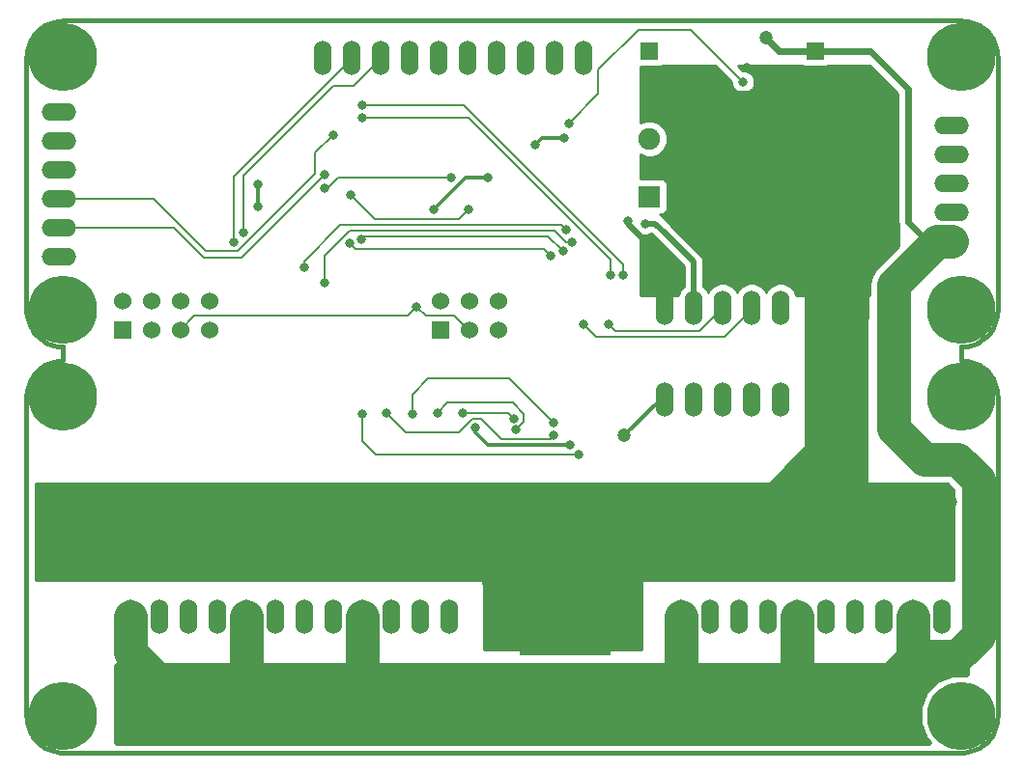
<source format=gbl>
G04 (created by PCBNEW-RS274X (2012-apr-16-27)-stable) date Wed 27 Feb 2013 09:22:31 PM CET*
G01*
G70*
G90*
%MOIN*%
G04 Gerber Fmt 3.4, Leading zero omitted, Abs format*
%FSLAX34Y34*%
G04 APERTURE LIST*
%ADD10C,0.006000*%
%ADD11C,0.015000*%
%ADD12R,0.315000X0.255900*%
%ADD13R,0.060000X0.060000*%
%ADD14C,0.060000*%
%ADD15R,0.075000X0.075000*%
%ADD16C,0.075000*%
%ADD17O,0.060000X0.120000*%
%ADD18O,0.120000X0.060000*%
%ADD19C,0.236200*%
%ADD20C,0.118100*%
%ADD21C,0.047200*%
%ADD22C,0.031500*%
%ADD23C,0.118100*%
%ADD24C,0.023600*%
%ADD25C,0.011800*%
%ADD26C,0.019700*%
%ADD27C,0.007900*%
%ADD28C,0.010000*%
G04 APERTURE END LIST*
G54D10*
G54D11*
X36693Y-37165D02*
X36693Y-37638D01*
X68937Y-35906D02*
X68937Y-27165D01*
X67677Y-37638D02*
X67677Y-37165D01*
X35433Y-38819D02*
X35433Y-49921D01*
X35433Y-27165D02*
X35433Y-35984D01*
X67677Y-25906D02*
X36693Y-25906D01*
X68937Y-49921D02*
X68937Y-38898D01*
X36693Y-51181D02*
X67677Y-51181D01*
X68937Y-38898D02*
X68932Y-38789D01*
X68917Y-38680D01*
X68894Y-38572D01*
X68861Y-38468D01*
X68818Y-38366D01*
X68768Y-38269D01*
X68709Y-38176D01*
X68642Y-38089D01*
X68567Y-38008D01*
X68486Y-37933D01*
X68399Y-37866D01*
X68307Y-37807D01*
X68209Y-37757D01*
X68107Y-37714D01*
X68003Y-37681D01*
X67895Y-37658D01*
X67786Y-37643D01*
X67677Y-37638D01*
X67677Y-37166D02*
X67786Y-37161D01*
X67895Y-37146D01*
X68003Y-37123D01*
X68107Y-37090D01*
X68209Y-37047D01*
X68307Y-36997D01*
X68399Y-36938D01*
X68486Y-36871D01*
X68567Y-36796D01*
X68642Y-36715D01*
X68709Y-36628D01*
X68768Y-36535D01*
X68818Y-36438D01*
X68861Y-36336D01*
X68894Y-36232D01*
X68917Y-36124D01*
X68932Y-36015D01*
X68937Y-35906D01*
X68936Y-27165D02*
X68931Y-27056D01*
X68916Y-26947D01*
X68893Y-26840D01*
X68860Y-26735D01*
X68818Y-26633D01*
X68767Y-26536D01*
X68708Y-26443D01*
X68641Y-26356D01*
X68567Y-26275D01*
X68486Y-26201D01*
X68399Y-26134D01*
X68306Y-26075D01*
X68209Y-26024D01*
X68107Y-25982D01*
X68002Y-25949D01*
X67895Y-25926D01*
X67786Y-25911D01*
X67677Y-25906D01*
X36693Y-25905D02*
X36584Y-25910D01*
X36475Y-25925D01*
X36367Y-25948D01*
X36263Y-25981D01*
X36161Y-26024D01*
X36064Y-26074D01*
X35971Y-26133D01*
X35884Y-26200D01*
X35803Y-26275D01*
X35728Y-26356D01*
X35661Y-26443D01*
X35602Y-26536D01*
X35552Y-26633D01*
X35509Y-26735D01*
X35476Y-26839D01*
X35453Y-26947D01*
X35438Y-27056D01*
X35433Y-27165D01*
X35433Y-35905D02*
X35438Y-36014D01*
X35453Y-36123D01*
X35476Y-36231D01*
X35509Y-36335D01*
X35552Y-36437D01*
X35602Y-36534D01*
X35661Y-36627D01*
X35728Y-36714D01*
X35803Y-36795D01*
X35884Y-36870D01*
X35971Y-36937D01*
X36064Y-36996D01*
X36161Y-37046D01*
X36263Y-37089D01*
X36367Y-37122D01*
X36475Y-37145D01*
X36584Y-37160D01*
X36693Y-37165D01*
X36693Y-37638D02*
X36584Y-37643D01*
X36475Y-37658D01*
X36367Y-37681D01*
X36263Y-37714D01*
X36161Y-37757D01*
X36064Y-37807D01*
X35971Y-37866D01*
X35884Y-37933D01*
X35803Y-38008D01*
X35728Y-38089D01*
X35661Y-38176D01*
X35602Y-38269D01*
X35552Y-38366D01*
X35509Y-38468D01*
X35476Y-38572D01*
X35453Y-38680D01*
X35438Y-38789D01*
X35433Y-38898D01*
X35433Y-49921D02*
X35438Y-50030D01*
X35453Y-50139D01*
X35476Y-50247D01*
X35509Y-50351D01*
X35552Y-50453D01*
X35602Y-50550D01*
X35661Y-50643D01*
X35728Y-50730D01*
X35803Y-50811D01*
X35884Y-50886D01*
X35971Y-50953D01*
X36064Y-51012D01*
X36161Y-51062D01*
X36263Y-51105D01*
X36367Y-51138D01*
X36475Y-51161D01*
X36584Y-51176D01*
X36693Y-51181D01*
X67677Y-51181D02*
X67786Y-51176D01*
X67895Y-51161D01*
X68003Y-51138D01*
X68107Y-51105D01*
X68209Y-51062D01*
X68307Y-51012D01*
X68399Y-50953D01*
X68486Y-50886D01*
X68567Y-50811D01*
X68642Y-50730D01*
X68709Y-50643D01*
X68768Y-50550D01*
X68818Y-50453D01*
X68861Y-50351D01*
X68894Y-50247D01*
X68917Y-50139D01*
X68932Y-50030D01*
X68937Y-49921D01*
G54D12*
X54000Y-49427D03*
X54000Y-46573D03*
G54D13*
X38736Y-36602D03*
G54D14*
X38736Y-35602D03*
X39736Y-36602D03*
X39736Y-35602D03*
X40736Y-36602D03*
X40736Y-35602D03*
X41736Y-36602D03*
X41736Y-35602D03*
G54D13*
X49709Y-36602D03*
G54D14*
X49709Y-35602D03*
X50709Y-36602D03*
X50709Y-35602D03*
X51709Y-36602D03*
X51709Y-35602D03*
G54D15*
X56929Y-31984D03*
G54D16*
X56929Y-29984D03*
G54D13*
X56929Y-26949D03*
G54D14*
X56929Y-28327D03*
G54D13*
X62638Y-26949D03*
G54D14*
X62638Y-28327D03*
G54D17*
X54657Y-27205D03*
X53657Y-27205D03*
X52657Y-27205D03*
X51657Y-27205D03*
X50657Y-27205D03*
X49657Y-27205D03*
X48657Y-27205D03*
X47657Y-27205D03*
X46657Y-27205D03*
X45657Y-27205D03*
G54D18*
X36535Y-29075D03*
X36535Y-30075D03*
X36535Y-31075D03*
X36535Y-32075D03*
X36535Y-33075D03*
X36535Y-34075D03*
X67362Y-33535D03*
X67362Y-32535D03*
X67362Y-31535D03*
X67362Y-30535D03*
X67362Y-29535D03*
G54D17*
X57449Y-38976D03*
X58449Y-38976D03*
X59449Y-38976D03*
X60449Y-38976D03*
X61449Y-38976D03*
X39000Y-46500D03*
X40000Y-46500D03*
X41000Y-46500D03*
X42000Y-46500D03*
X43000Y-46500D03*
X44000Y-46500D03*
X45000Y-46500D03*
X46000Y-46500D03*
X47000Y-46500D03*
X48000Y-46500D03*
X49000Y-46500D03*
X50000Y-46500D03*
X58000Y-46500D03*
X59000Y-46500D03*
X60000Y-46500D03*
X61000Y-46500D03*
X62000Y-46500D03*
X63000Y-46500D03*
X64000Y-46500D03*
X65000Y-46500D03*
X66000Y-46500D03*
X67000Y-46500D03*
X65224Y-35827D03*
X64224Y-35827D03*
X57449Y-35827D03*
X58449Y-35827D03*
X59449Y-35827D03*
X60449Y-35827D03*
X61449Y-35827D03*
G54D19*
X67677Y-49921D03*
X36693Y-49921D03*
X67677Y-27165D03*
X67677Y-38898D03*
X36693Y-38898D03*
X67677Y-35906D03*
X36693Y-35906D03*
X36693Y-27165D03*
G54D20*
X56063Y-50315D03*
G54D21*
X60945Y-26496D03*
G54D20*
X51890Y-50315D03*
X56063Y-48701D03*
X51890Y-48701D03*
G54D22*
X51339Y-31339D03*
X43425Y-31575D03*
X56772Y-32913D03*
X49488Y-32441D03*
X43425Y-32323D03*
X52244Y-39646D03*
X50472Y-39449D03*
X49606Y-39449D03*
X52323Y-40039D03*
X48740Y-39488D03*
X53622Y-39803D03*
X53622Y-40236D03*
X47835Y-39449D03*
X54488Y-40906D03*
X47008Y-39488D03*
G54D21*
X42835Y-42520D03*
X65827Y-42520D03*
X59843Y-42520D03*
X64055Y-31417D03*
G54D22*
X56181Y-32835D03*
G54D21*
X67323Y-42520D03*
G54D20*
X54016Y-44724D03*
G54D21*
X64331Y-42520D03*
X61339Y-42520D03*
X38346Y-42520D03*
X39843Y-42520D03*
G54D22*
X60276Y-32953D03*
G54D21*
X64055Y-30157D03*
G54D22*
X52992Y-30197D03*
G54D21*
X41339Y-42520D03*
X62835Y-42520D03*
G54D22*
X53976Y-29961D03*
G54D21*
X45827Y-42520D03*
X64055Y-28898D03*
X62008Y-30315D03*
X48819Y-42520D03*
G54D20*
X52283Y-45118D03*
G54D22*
X50906Y-39961D03*
X54173Y-40551D03*
G54D21*
X44331Y-42520D03*
X61102Y-32480D03*
X50315Y-42520D03*
X58346Y-42520D03*
G54D20*
X56024Y-46535D03*
X55748Y-45157D03*
X51811Y-46575D03*
G54D21*
X56063Y-40236D03*
X64055Y-32638D03*
G54D22*
X60276Y-27520D03*
G54D21*
X47323Y-42520D03*
G54D22*
X60157Y-28031D03*
X54134Y-29449D03*
X45709Y-34961D03*
X54252Y-33543D03*
X45000Y-34409D03*
X54055Y-33110D03*
X46575Y-33583D03*
X53504Y-34016D03*
X46969Y-33465D03*
X53937Y-33858D03*
X45709Y-31693D03*
X50079Y-31339D03*
X42913Y-33228D03*
X42598Y-33543D03*
X46024Y-29843D03*
X48898Y-35787D03*
X54646Y-36378D03*
X47008Y-28819D03*
X56024Y-34685D03*
X55591Y-34685D03*
X47008Y-29252D03*
X55512Y-36378D03*
X45709Y-31220D03*
X46614Y-31929D03*
X50669Y-32441D03*
G54D23*
X55337Y-49427D02*
X56063Y-48701D01*
G54D24*
X65866Y-28267D02*
X64548Y-26949D01*
G54D23*
X65354Y-35040D02*
X65354Y-36024D01*
X54000Y-49427D02*
X57069Y-49427D01*
X66472Y-47937D02*
X66535Y-47874D01*
X54000Y-49427D02*
X52778Y-49427D01*
X43000Y-46500D02*
X43000Y-48591D01*
G54D24*
X65224Y-35827D02*
X65224Y-35170D01*
G54D23*
X66000Y-47937D02*
X66472Y-47937D01*
G54D24*
X67362Y-33535D02*
X66527Y-33535D01*
G54D23*
X58000Y-46500D02*
X58000Y-48496D01*
X62000Y-46500D02*
X62000Y-48512D01*
X47000Y-48497D02*
X47930Y-49427D01*
X61085Y-49427D02*
X64510Y-49427D01*
X40687Y-49427D02*
X39000Y-47740D01*
X52778Y-49427D02*
X51890Y-50315D01*
X64510Y-49427D02*
X66000Y-47937D01*
X52616Y-49427D02*
X51890Y-48701D01*
X55175Y-49427D02*
X56063Y-50315D01*
X54000Y-49427D02*
X55337Y-49427D01*
X47930Y-49427D02*
X43836Y-49427D01*
X62000Y-48512D02*
X61085Y-49427D01*
G54D24*
X65866Y-32874D02*
X65866Y-28267D01*
G54D23*
X67362Y-33535D02*
X66859Y-33535D01*
G54D24*
X62638Y-26949D02*
X61398Y-26949D01*
G54D23*
X68268Y-41771D02*
X67560Y-41063D01*
X54000Y-49427D02*
X47930Y-49427D01*
X67560Y-41063D02*
X66418Y-41063D01*
X54000Y-49427D02*
X55175Y-49427D01*
X68268Y-47165D02*
X68268Y-41771D01*
X39000Y-47740D02*
X39000Y-46500D01*
X66418Y-41063D02*
X65354Y-39999D01*
X66000Y-47937D02*
X66000Y-46500D01*
X54000Y-49427D02*
X52616Y-49427D01*
X57069Y-49427D02*
X61085Y-49427D01*
X66859Y-33535D02*
X65354Y-35040D01*
X65354Y-39999D02*
X65354Y-38189D01*
X43836Y-49427D02*
X40687Y-49427D01*
X47000Y-46500D02*
X47000Y-48497D01*
G54D24*
X61398Y-26949D02*
X60945Y-26496D01*
X65224Y-35170D02*
X65354Y-35040D01*
G54D23*
X43000Y-48591D02*
X43836Y-49427D01*
G54D24*
X66527Y-33535D02*
X65866Y-32874D01*
G54D23*
X58000Y-48496D02*
X57069Y-49427D01*
X65354Y-38189D02*
X65354Y-36024D01*
X67559Y-47874D02*
X68268Y-47165D01*
X66535Y-47874D02*
X67559Y-47874D01*
G54D24*
X64548Y-26949D02*
X62638Y-26949D01*
G54D25*
X43425Y-31575D02*
X43425Y-32323D01*
X49488Y-32441D02*
X50590Y-31339D01*
G54D26*
X58449Y-34237D02*
X57480Y-33268D01*
X56772Y-32913D02*
X57125Y-32913D01*
G54D25*
X50590Y-31339D02*
X51339Y-31339D01*
G54D26*
X58449Y-34237D02*
X58449Y-35827D01*
X57125Y-32913D02*
X57480Y-33268D01*
G54D27*
X52244Y-39646D02*
X52047Y-39449D01*
X52047Y-39449D02*
X50472Y-39449D01*
X49961Y-39094D02*
X49606Y-39449D01*
X52204Y-39094D02*
X49961Y-39094D01*
X52598Y-39488D02*
X52204Y-39094D01*
X52598Y-39764D02*
X52598Y-39488D01*
X52323Y-40039D02*
X52598Y-39764D01*
X52087Y-38268D02*
X49291Y-38268D01*
X48740Y-38819D02*
X48740Y-39488D01*
X53622Y-39803D02*
X52087Y-38268D01*
X49291Y-38268D02*
X48740Y-38819D01*
X48504Y-40118D02*
X47835Y-39449D01*
X51103Y-39646D02*
X50826Y-39646D01*
X53622Y-40236D02*
X53504Y-40354D01*
X53504Y-40354D02*
X51811Y-40354D01*
X50826Y-39646D02*
X50354Y-40118D01*
X51811Y-40354D02*
X51103Y-39646D01*
X50354Y-40118D02*
X48504Y-40118D01*
X54488Y-40906D02*
X47481Y-40906D01*
X47008Y-40433D02*
X47008Y-39488D01*
X47481Y-40906D02*
X47008Y-40433D01*
G54D24*
X58346Y-42520D02*
X59843Y-42520D01*
X63799Y-28327D02*
X64055Y-28583D01*
X64224Y-35827D02*
X63938Y-35827D01*
G54D26*
X61102Y-32480D02*
X61102Y-32323D01*
X58701Y-31378D02*
X58701Y-30099D01*
G54D25*
X57323Y-38976D02*
X57449Y-38976D01*
G54D24*
X62835Y-42520D02*
X64331Y-42520D01*
G54D23*
X56220Y-42520D02*
X58346Y-42520D01*
G54D24*
X59843Y-42520D02*
X61339Y-42520D01*
G54D26*
X58701Y-30099D02*
X56929Y-28327D01*
G54D24*
X64224Y-33831D02*
X64055Y-33662D01*
G54D25*
X52992Y-30197D02*
X53228Y-29961D01*
G54D23*
X63898Y-41377D02*
X63898Y-43425D01*
G54D24*
X45827Y-42520D02*
X47323Y-42520D01*
G54D26*
X56181Y-32913D02*
X56929Y-33661D01*
G54D24*
X64055Y-33662D02*
X64055Y-32638D01*
G54D26*
X60276Y-32953D02*
X58701Y-31378D01*
G54D24*
X62638Y-29685D02*
X62638Y-28327D01*
G54D23*
X62835Y-42520D02*
X62835Y-33858D01*
X63622Y-43701D02*
X56872Y-43701D01*
G54D24*
X62008Y-30315D02*
X62638Y-29685D01*
X41339Y-42520D02*
X42835Y-42520D01*
X65827Y-42520D02*
X67323Y-42520D01*
X50315Y-42888D02*
X51732Y-44305D01*
X48819Y-42520D02*
X50315Y-42520D01*
G54D23*
X63898Y-35787D02*
X63898Y-35079D01*
G54D24*
X64331Y-42520D02*
X65827Y-42520D01*
X47323Y-42520D02*
X48819Y-42520D01*
G54D26*
X56181Y-32835D02*
X56181Y-32913D01*
G54D24*
X44331Y-42520D02*
X45827Y-42520D01*
X64055Y-30157D02*
X64055Y-28898D01*
X64055Y-31417D02*
X64055Y-30157D01*
G54D23*
X54016Y-44724D02*
X56220Y-42520D01*
G54D24*
X61339Y-42520D02*
X62835Y-42520D01*
G54D25*
X53228Y-29961D02*
X53976Y-29961D01*
G54D26*
X57449Y-35827D02*
X57449Y-34181D01*
G54D23*
X51811Y-46575D02*
X51811Y-45354D01*
G54D25*
X60452Y-28327D02*
X62638Y-28327D01*
G54D24*
X63938Y-35827D02*
X63898Y-35787D01*
G54D25*
X59823Y-28327D02*
X59882Y-28386D01*
G54D23*
X55748Y-45157D02*
X55591Y-45000D01*
G54D25*
X50906Y-40118D02*
X51339Y-40551D01*
X56063Y-40236D02*
X57323Y-38976D01*
G54D23*
X51811Y-45354D02*
X51732Y-45275D01*
G54D25*
X50906Y-39961D02*
X50906Y-40118D01*
G54D23*
X56024Y-46535D02*
X56055Y-46504D01*
G54D25*
X51339Y-40551D02*
X54173Y-40551D01*
G54D24*
X64055Y-32638D02*
X64055Y-31417D01*
G54D23*
X63898Y-43425D02*
X63622Y-43701D01*
X51732Y-45275D02*
X51732Y-44305D01*
G54D24*
X64224Y-35827D02*
X64224Y-33831D01*
G54D26*
X62008Y-30315D02*
X62008Y-31417D01*
X61102Y-32323D02*
X62008Y-31417D01*
G54D23*
X62835Y-33858D02*
X64055Y-32638D01*
X63898Y-41377D02*
X62835Y-42440D01*
G54D24*
X62638Y-28327D02*
X63799Y-28327D01*
G54D23*
X62835Y-42440D02*
X62835Y-42520D01*
G54D25*
X56929Y-28327D02*
X59823Y-28327D01*
G54D24*
X38346Y-42520D02*
X39843Y-42520D01*
G54D25*
X60276Y-27520D02*
X61083Y-28327D01*
G54D23*
X63898Y-35787D02*
X63898Y-39803D01*
G54D24*
X50315Y-42520D02*
X50315Y-42888D01*
G54D25*
X60393Y-28386D02*
X60452Y-28327D01*
G54D23*
X61339Y-42520D02*
X61339Y-42362D01*
X63898Y-39803D02*
X63898Y-41377D01*
G54D24*
X39843Y-42520D02*
X41339Y-42520D01*
G54D26*
X56929Y-33661D02*
X57449Y-34181D01*
G54D23*
X55591Y-45000D02*
X55591Y-44016D01*
G54D25*
X59882Y-28386D02*
X60393Y-28386D01*
G54D24*
X64055Y-28583D02*
X64055Y-28898D01*
G54D23*
X56872Y-43701D02*
X56055Y-44518D01*
X52638Y-44763D02*
X52638Y-44488D01*
G54D25*
X61083Y-28327D02*
X62638Y-28327D01*
G54D23*
X52283Y-45118D02*
X52638Y-44763D01*
X56055Y-46504D02*
X56055Y-44518D01*
G54D24*
X42835Y-42520D02*
X44331Y-42520D01*
G54D23*
X61339Y-42362D02*
X63898Y-39803D01*
G54D27*
X60157Y-28031D02*
X58346Y-26220D01*
X56536Y-26220D02*
X55157Y-27599D01*
X55157Y-27599D02*
X55157Y-28426D01*
X58346Y-26220D02*
X56536Y-26220D01*
X55157Y-28426D02*
X54134Y-29449D01*
X54055Y-33543D02*
X54252Y-33543D01*
X45709Y-34016D02*
X46575Y-33150D01*
X45709Y-34961D02*
X45709Y-34016D01*
X53662Y-33150D02*
X54055Y-33543D01*
X46575Y-33150D02*
X53662Y-33150D01*
X46260Y-32953D02*
X45000Y-34213D01*
X46930Y-32953D02*
X46260Y-32953D01*
X53898Y-32953D02*
X54055Y-33110D01*
X45000Y-34409D02*
X45000Y-34213D01*
X50709Y-32953D02*
X53898Y-32953D01*
X50709Y-32953D02*
X46930Y-32953D01*
X53268Y-33780D02*
X53504Y-34016D01*
X46575Y-33583D02*
X46772Y-33780D01*
X46772Y-33780D02*
X53268Y-33780D01*
X46969Y-33465D02*
X47088Y-33346D01*
X53425Y-33346D02*
X53937Y-33858D01*
X47088Y-33346D02*
X53425Y-33346D01*
X50079Y-31339D02*
X46732Y-31339D01*
X45827Y-31693D02*
X46181Y-31339D01*
X46181Y-31339D02*
X46732Y-31339D01*
X45709Y-31693D02*
X45827Y-31693D01*
X46023Y-28150D02*
X42913Y-31260D01*
X46732Y-28150D02*
X46023Y-28150D01*
X47657Y-27225D02*
X46732Y-28150D01*
X42913Y-31260D02*
X42913Y-33228D01*
X47657Y-27205D02*
X47657Y-27225D01*
X46657Y-27205D02*
X46657Y-27241D01*
X46657Y-27241D02*
X42598Y-31300D01*
X42598Y-31300D02*
X42598Y-33543D01*
X45394Y-31180D02*
X45394Y-30473D01*
X43228Y-33346D02*
X42716Y-33858D01*
X45394Y-30473D02*
X46024Y-29843D01*
X46024Y-29843D02*
X45984Y-29803D01*
X36535Y-32075D02*
X39831Y-32075D01*
X41614Y-33858D02*
X39831Y-32075D01*
X42716Y-33858D02*
X41614Y-33858D01*
X43228Y-33346D02*
X45394Y-31180D01*
X49213Y-36102D02*
X48898Y-35787D01*
X40736Y-36602D02*
X40736Y-36586D01*
X48583Y-36102D02*
X48898Y-35787D01*
X41220Y-36102D02*
X48583Y-36102D01*
X40736Y-36586D02*
X41220Y-36102D01*
X50697Y-36602D02*
X50197Y-36102D01*
X50197Y-36102D02*
X49213Y-36102D01*
X50697Y-36602D02*
X50709Y-36602D01*
X60449Y-35827D02*
X60449Y-35890D01*
X59528Y-36811D02*
X55079Y-36811D01*
X50512Y-28819D02*
X52677Y-30984D01*
X55079Y-36811D02*
X54646Y-36378D01*
X60449Y-35890D02*
X59528Y-36811D01*
X56024Y-34331D02*
X52677Y-30984D01*
X56024Y-34685D02*
X56024Y-34331D01*
X47008Y-28819D02*
X50512Y-28819D01*
X50670Y-29252D02*
X52323Y-30905D01*
X55591Y-34173D02*
X52323Y-30905D01*
X55591Y-34685D02*
X55591Y-34173D01*
X55748Y-36614D02*
X58662Y-36614D01*
X55512Y-36378D02*
X55748Y-36614D01*
X58662Y-36614D02*
X59449Y-35827D01*
X47008Y-29252D02*
X50670Y-29252D01*
X41535Y-34094D02*
X42835Y-34094D01*
X42835Y-34094D02*
X45709Y-31220D01*
X36535Y-33075D02*
X40516Y-33075D01*
X40516Y-33075D02*
X41535Y-34094D01*
X47126Y-32441D02*
X47441Y-32756D01*
X47126Y-32441D02*
X46614Y-31929D01*
X50354Y-32756D02*
X50669Y-32441D01*
X47441Y-32756D02*
X50354Y-32756D01*
G54D10*
G36*
X67428Y-45226D02*
X56643Y-45226D01*
X56643Y-47627D01*
X51231Y-47627D01*
X51231Y-45226D01*
X35758Y-45226D01*
X35758Y-41899D01*
X66397Y-41899D01*
X66417Y-41903D01*
X66417Y-41902D01*
X66418Y-41903D01*
X67212Y-41903D01*
X67428Y-42119D01*
X67428Y-45226D01*
X67428Y-45226D01*
G37*
G54D28*
X67428Y-45226D02*
X56643Y-45226D01*
X56643Y-47627D01*
X51231Y-47627D01*
X51231Y-45226D01*
X35758Y-45226D01*
X35758Y-41899D01*
X66397Y-41899D01*
X66417Y-41903D01*
X66417Y-41902D01*
X66418Y-41903D01*
X67212Y-41903D01*
X67428Y-42119D01*
X67428Y-45226D01*
G54D10*
G36*
X58101Y-35095D02*
X57992Y-35205D01*
X57917Y-35383D01*
X56625Y-35383D01*
X56625Y-33291D01*
X56691Y-33319D01*
X56852Y-33319D01*
X56984Y-33264D01*
X57234Y-33514D01*
X58101Y-34381D01*
X58101Y-35095D01*
X58101Y-35095D01*
G37*
G54D28*
X58101Y-35095D02*
X57992Y-35205D01*
X57917Y-35383D01*
X56625Y-35383D01*
X56625Y-33291D01*
X56691Y-33319D01*
X56852Y-33319D01*
X56984Y-33264D01*
X57234Y-33514D01*
X58101Y-34381D01*
X58101Y-35095D01*
G54D10*
G36*
X65501Y-33705D02*
X64760Y-34446D01*
X64578Y-34718D01*
X64514Y-35040D01*
X64514Y-35383D01*
X61980Y-35383D01*
X61907Y-35205D01*
X61755Y-35054D01*
X61557Y-34971D01*
X61342Y-34971D01*
X61143Y-35053D01*
X60992Y-35205D01*
X60949Y-35307D01*
X60907Y-35205D01*
X60755Y-35054D01*
X60557Y-34971D01*
X60342Y-34971D01*
X60143Y-35053D01*
X59992Y-35205D01*
X59949Y-35307D01*
X59907Y-35205D01*
X59755Y-35054D01*
X59557Y-34971D01*
X59342Y-34971D01*
X59143Y-35053D01*
X58992Y-35205D01*
X58949Y-35307D01*
X58907Y-35205D01*
X58797Y-35095D01*
X58797Y-34237D01*
X58771Y-34104D01*
X58770Y-34103D01*
X58695Y-33991D01*
X57726Y-33022D01*
X57371Y-32667D01*
X57284Y-32608D01*
X57353Y-32608D01*
X57445Y-32570D01*
X57515Y-32500D01*
X57553Y-32409D01*
X57553Y-32310D01*
X57553Y-31560D01*
X57515Y-31468D01*
X57445Y-31398D01*
X57354Y-31360D01*
X57255Y-31360D01*
X56625Y-31360D01*
X56625Y-30534D01*
X56804Y-30609D01*
X57053Y-30609D01*
X57283Y-30514D01*
X57459Y-30338D01*
X57554Y-30109D01*
X57554Y-29860D01*
X57459Y-29630D01*
X57283Y-29454D01*
X57054Y-29359D01*
X56805Y-29359D01*
X56625Y-29433D01*
X56625Y-27498D01*
X56678Y-27498D01*
X57278Y-27498D01*
X57370Y-27460D01*
X57378Y-27452D01*
X59170Y-27452D01*
X59751Y-28033D01*
X59751Y-28111D01*
X59813Y-28260D01*
X59926Y-28375D01*
X60076Y-28437D01*
X60237Y-28437D01*
X60386Y-28375D01*
X60501Y-28262D01*
X60563Y-28112D01*
X60563Y-27951D01*
X60501Y-27802D01*
X60388Y-27687D01*
X60238Y-27625D01*
X60159Y-27625D01*
X59986Y-27452D01*
X62189Y-27452D01*
X62197Y-27460D01*
X62288Y-27498D01*
X62387Y-27498D01*
X62987Y-27498D01*
X63079Y-27460D01*
X63087Y-27452D01*
X64530Y-27452D01*
X65498Y-28419D01*
X65498Y-32874D01*
X65501Y-32889D01*
X65501Y-33705D01*
X65501Y-33705D01*
G37*
G54D28*
X65501Y-33705D02*
X64760Y-34446D01*
X64578Y-34718D01*
X64514Y-35040D01*
X64514Y-35383D01*
X61980Y-35383D01*
X61907Y-35205D01*
X61755Y-35054D01*
X61557Y-34971D01*
X61342Y-34971D01*
X61143Y-35053D01*
X60992Y-35205D01*
X60949Y-35307D01*
X60907Y-35205D01*
X60755Y-35054D01*
X60557Y-34971D01*
X60342Y-34971D01*
X60143Y-35053D01*
X59992Y-35205D01*
X59949Y-35307D01*
X59907Y-35205D01*
X59755Y-35054D01*
X59557Y-34971D01*
X59342Y-34971D01*
X59143Y-35053D01*
X58992Y-35205D01*
X58949Y-35307D01*
X58907Y-35205D01*
X58797Y-35095D01*
X58797Y-34237D01*
X58771Y-34104D01*
X58770Y-34103D01*
X58695Y-33991D01*
X57726Y-33022D01*
X57371Y-32667D01*
X57284Y-32608D01*
X57353Y-32608D01*
X57445Y-32570D01*
X57515Y-32500D01*
X57553Y-32409D01*
X57553Y-32310D01*
X57553Y-31560D01*
X57515Y-31468D01*
X57445Y-31398D01*
X57354Y-31360D01*
X57255Y-31360D01*
X56625Y-31360D01*
X56625Y-30534D01*
X56804Y-30609D01*
X57053Y-30609D01*
X57283Y-30514D01*
X57459Y-30338D01*
X57554Y-30109D01*
X57554Y-29860D01*
X57459Y-29630D01*
X57283Y-29454D01*
X57054Y-29359D01*
X56805Y-29359D01*
X56625Y-29433D01*
X56625Y-27498D01*
X56678Y-27498D01*
X57278Y-27498D01*
X57370Y-27460D01*
X57378Y-27452D01*
X59170Y-27452D01*
X59751Y-28033D01*
X59751Y-28111D01*
X59813Y-28260D01*
X59926Y-28375D01*
X60076Y-28437D01*
X60237Y-28437D01*
X60386Y-28375D01*
X60501Y-28262D01*
X60563Y-28112D01*
X60563Y-27951D01*
X60501Y-27802D01*
X60388Y-27687D01*
X60238Y-27625D01*
X60159Y-27625D01*
X59986Y-27452D01*
X62189Y-27452D01*
X62197Y-27460D01*
X62288Y-27498D01*
X62387Y-27498D01*
X62987Y-27498D01*
X63079Y-27460D01*
X63087Y-27452D01*
X64530Y-27452D01*
X65498Y-28419D01*
X65498Y-32874D01*
X65501Y-32889D01*
X65501Y-33705D01*
G54D10*
G36*
X67895Y-48208D02*
X67894Y-48485D01*
X67393Y-48485D01*
X66865Y-48703D01*
X66461Y-49106D01*
X66242Y-49634D01*
X66241Y-50205D01*
X66459Y-50733D01*
X66576Y-50851D01*
X38563Y-50851D01*
X38564Y-48208D01*
X67895Y-48208D01*
X67895Y-48208D01*
G37*
G54D26*
X67895Y-48208D02*
X67894Y-48485D01*
X67393Y-48485D01*
X66865Y-48703D01*
X66461Y-49106D01*
X66242Y-49634D01*
X66241Y-50205D01*
X66459Y-50733D01*
X66576Y-50851D01*
X38563Y-50851D01*
X38564Y-48208D01*
X67895Y-48208D01*
M02*

</source>
